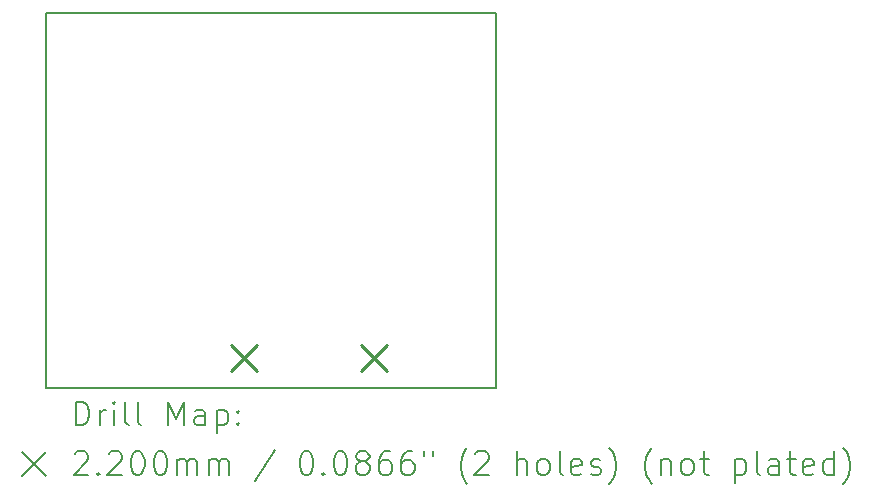
<source format=gbr>
%FSLAX45Y45*%
G04 Gerber Fmt 4.5, Leading zero omitted, Abs format (unit mm)*
G04 Created by KiCad (PCBNEW 6.0.0) date 2022-02-03 15:02:12*
%MOMM*%
%LPD*%
G01*
G04 APERTURE LIST*
%TA.AperFunction,Profile*%
%ADD10C,0.150000*%
%TD*%
%ADD11C,0.200000*%
%ADD12C,0.220000*%
G04 APERTURE END LIST*
D10*
X16510000Y-9461500D02*
X12700000Y-9461500D01*
X12700000Y-9461500D02*
X12700000Y-6286500D01*
X12700000Y-6286500D02*
X16510000Y-6286500D01*
X16510000Y-6286500D02*
X16510000Y-9461500D01*
D11*
D12*
X14262500Y-9097500D02*
X14482500Y-9317500D01*
X14482500Y-9097500D02*
X14262500Y-9317500D01*
X15362500Y-9097500D02*
X15582500Y-9317500D01*
X15582500Y-9097500D02*
X15362500Y-9317500D01*
D11*
X12950119Y-9779476D02*
X12950119Y-9579476D01*
X12997738Y-9579476D01*
X13026309Y-9589000D01*
X13045357Y-9608048D01*
X13054881Y-9627095D01*
X13064405Y-9665190D01*
X13064405Y-9693762D01*
X13054881Y-9731857D01*
X13045357Y-9750905D01*
X13026309Y-9769952D01*
X12997738Y-9779476D01*
X12950119Y-9779476D01*
X13150119Y-9779476D02*
X13150119Y-9646143D01*
X13150119Y-9684238D02*
X13159643Y-9665190D01*
X13169167Y-9655667D01*
X13188214Y-9646143D01*
X13207262Y-9646143D01*
X13273928Y-9779476D02*
X13273928Y-9646143D01*
X13273928Y-9579476D02*
X13264405Y-9589000D01*
X13273928Y-9598524D01*
X13283452Y-9589000D01*
X13273928Y-9579476D01*
X13273928Y-9598524D01*
X13397738Y-9779476D02*
X13378690Y-9769952D01*
X13369167Y-9750905D01*
X13369167Y-9579476D01*
X13502500Y-9779476D02*
X13483452Y-9769952D01*
X13473928Y-9750905D01*
X13473928Y-9579476D01*
X13731071Y-9779476D02*
X13731071Y-9579476D01*
X13797738Y-9722333D01*
X13864405Y-9579476D01*
X13864405Y-9779476D01*
X14045357Y-9779476D02*
X14045357Y-9674714D01*
X14035833Y-9655667D01*
X14016786Y-9646143D01*
X13978690Y-9646143D01*
X13959643Y-9655667D01*
X14045357Y-9769952D02*
X14026309Y-9779476D01*
X13978690Y-9779476D01*
X13959643Y-9769952D01*
X13950119Y-9750905D01*
X13950119Y-9731857D01*
X13959643Y-9712810D01*
X13978690Y-9703286D01*
X14026309Y-9703286D01*
X14045357Y-9693762D01*
X14140595Y-9646143D02*
X14140595Y-9846143D01*
X14140595Y-9655667D02*
X14159643Y-9646143D01*
X14197738Y-9646143D01*
X14216786Y-9655667D01*
X14226309Y-9665190D01*
X14235833Y-9684238D01*
X14235833Y-9741381D01*
X14226309Y-9760429D01*
X14216786Y-9769952D01*
X14197738Y-9779476D01*
X14159643Y-9779476D01*
X14140595Y-9769952D01*
X14321548Y-9760429D02*
X14331071Y-9769952D01*
X14321548Y-9779476D01*
X14312024Y-9769952D01*
X14321548Y-9760429D01*
X14321548Y-9779476D01*
X14321548Y-9655667D02*
X14331071Y-9665190D01*
X14321548Y-9674714D01*
X14312024Y-9665190D01*
X14321548Y-9655667D01*
X14321548Y-9674714D01*
X12492500Y-10009000D02*
X12692500Y-10209000D01*
X12692500Y-10009000D02*
X12492500Y-10209000D01*
X12940595Y-10018524D02*
X12950119Y-10009000D01*
X12969167Y-9999476D01*
X13016786Y-9999476D01*
X13035833Y-10009000D01*
X13045357Y-10018524D01*
X13054881Y-10037571D01*
X13054881Y-10056619D01*
X13045357Y-10085190D01*
X12931071Y-10199476D01*
X13054881Y-10199476D01*
X13140595Y-10180429D02*
X13150119Y-10189952D01*
X13140595Y-10199476D01*
X13131071Y-10189952D01*
X13140595Y-10180429D01*
X13140595Y-10199476D01*
X13226309Y-10018524D02*
X13235833Y-10009000D01*
X13254881Y-9999476D01*
X13302500Y-9999476D01*
X13321548Y-10009000D01*
X13331071Y-10018524D01*
X13340595Y-10037571D01*
X13340595Y-10056619D01*
X13331071Y-10085190D01*
X13216786Y-10199476D01*
X13340595Y-10199476D01*
X13464405Y-9999476D02*
X13483452Y-9999476D01*
X13502500Y-10009000D01*
X13512024Y-10018524D01*
X13521548Y-10037571D01*
X13531071Y-10075667D01*
X13531071Y-10123286D01*
X13521548Y-10161381D01*
X13512024Y-10180429D01*
X13502500Y-10189952D01*
X13483452Y-10199476D01*
X13464405Y-10199476D01*
X13445357Y-10189952D01*
X13435833Y-10180429D01*
X13426309Y-10161381D01*
X13416786Y-10123286D01*
X13416786Y-10075667D01*
X13426309Y-10037571D01*
X13435833Y-10018524D01*
X13445357Y-10009000D01*
X13464405Y-9999476D01*
X13654881Y-9999476D02*
X13673928Y-9999476D01*
X13692976Y-10009000D01*
X13702500Y-10018524D01*
X13712024Y-10037571D01*
X13721548Y-10075667D01*
X13721548Y-10123286D01*
X13712024Y-10161381D01*
X13702500Y-10180429D01*
X13692976Y-10189952D01*
X13673928Y-10199476D01*
X13654881Y-10199476D01*
X13635833Y-10189952D01*
X13626309Y-10180429D01*
X13616786Y-10161381D01*
X13607262Y-10123286D01*
X13607262Y-10075667D01*
X13616786Y-10037571D01*
X13626309Y-10018524D01*
X13635833Y-10009000D01*
X13654881Y-9999476D01*
X13807262Y-10199476D02*
X13807262Y-10066143D01*
X13807262Y-10085190D02*
X13816786Y-10075667D01*
X13835833Y-10066143D01*
X13864405Y-10066143D01*
X13883452Y-10075667D01*
X13892976Y-10094714D01*
X13892976Y-10199476D01*
X13892976Y-10094714D02*
X13902500Y-10075667D01*
X13921548Y-10066143D01*
X13950119Y-10066143D01*
X13969167Y-10075667D01*
X13978690Y-10094714D01*
X13978690Y-10199476D01*
X14073928Y-10199476D02*
X14073928Y-10066143D01*
X14073928Y-10085190D02*
X14083452Y-10075667D01*
X14102500Y-10066143D01*
X14131071Y-10066143D01*
X14150119Y-10075667D01*
X14159643Y-10094714D01*
X14159643Y-10199476D01*
X14159643Y-10094714D02*
X14169167Y-10075667D01*
X14188214Y-10066143D01*
X14216786Y-10066143D01*
X14235833Y-10075667D01*
X14245357Y-10094714D01*
X14245357Y-10199476D01*
X14635833Y-9989952D02*
X14464405Y-10247095D01*
X14892976Y-9999476D02*
X14912024Y-9999476D01*
X14931071Y-10009000D01*
X14940595Y-10018524D01*
X14950119Y-10037571D01*
X14959643Y-10075667D01*
X14959643Y-10123286D01*
X14950119Y-10161381D01*
X14940595Y-10180429D01*
X14931071Y-10189952D01*
X14912024Y-10199476D01*
X14892976Y-10199476D01*
X14873928Y-10189952D01*
X14864405Y-10180429D01*
X14854881Y-10161381D01*
X14845357Y-10123286D01*
X14845357Y-10075667D01*
X14854881Y-10037571D01*
X14864405Y-10018524D01*
X14873928Y-10009000D01*
X14892976Y-9999476D01*
X15045357Y-10180429D02*
X15054881Y-10189952D01*
X15045357Y-10199476D01*
X15035833Y-10189952D01*
X15045357Y-10180429D01*
X15045357Y-10199476D01*
X15178690Y-9999476D02*
X15197738Y-9999476D01*
X15216786Y-10009000D01*
X15226309Y-10018524D01*
X15235833Y-10037571D01*
X15245357Y-10075667D01*
X15245357Y-10123286D01*
X15235833Y-10161381D01*
X15226309Y-10180429D01*
X15216786Y-10189952D01*
X15197738Y-10199476D01*
X15178690Y-10199476D01*
X15159643Y-10189952D01*
X15150119Y-10180429D01*
X15140595Y-10161381D01*
X15131071Y-10123286D01*
X15131071Y-10075667D01*
X15140595Y-10037571D01*
X15150119Y-10018524D01*
X15159643Y-10009000D01*
X15178690Y-9999476D01*
X15359643Y-10085190D02*
X15340595Y-10075667D01*
X15331071Y-10066143D01*
X15321548Y-10047095D01*
X15321548Y-10037571D01*
X15331071Y-10018524D01*
X15340595Y-10009000D01*
X15359643Y-9999476D01*
X15397738Y-9999476D01*
X15416786Y-10009000D01*
X15426309Y-10018524D01*
X15435833Y-10037571D01*
X15435833Y-10047095D01*
X15426309Y-10066143D01*
X15416786Y-10075667D01*
X15397738Y-10085190D01*
X15359643Y-10085190D01*
X15340595Y-10094714D01*
X15331071Y-10104238D01*
X15321548Y-10123286D01*
X15321548Y-10161381D01*
X15331071Y-10180429D01*
X15340595Y-10189952D01*
X15359643Y-10199476D01*
X15397738Y-10199476D01*
X15416786Y-10189952D01*
X15426309Y-10180429D01*
X15435833Y-10161381D01*
X15435833Y-10123286D01*
X15426309Y-10104238D01*
X15416786Y-10094714D01*
X15397738Y-10085190D01*
X15607262Y-9999476D02*
X15569167Y-9999476D01*
X15550119Y-10009000D01*
X15540595Y-10018524D01*
X15521548Y-10047095D01*
X15512024Y-10085190D01*
X15512024Y-10161381D01*
X15521548Y-10180429D01*
X15531071Y-10189952D01*
X15550119Y-10199476D01*
X15588214Y-10199476D01*
X15607262Y-10189952D01*
X15616786Y-10180429D01*
X15626309Y-10161381D01*
X15626309Y-10113762D01*
X15616786Y-10094714D01*
X15607262Y-10085190D01*
X15588214Y-10075667D01*
X15550119Y-10075667D01*
X15531071Y-10085190D01*
X15521548Y-10094714D01*
X15512024Y-10113762D01*
X15797738Y-9999476D02*
X15759643Y-9999476D01*
X15740595Y-10009000D01*
X15731071Y-10018524D01*
X15712024Y-10047095D01*
X15702500Y-10085190D01*
X15702500Y-10161381D01*
X15712024Y-10180429D01*
X15721548Y-10189952D01*
X15740595Y-10199476D01*
X15778690Y-10199476D01*
X15797738Y-10189952D01*
X15807262Y-10180429D01*
X15816786Y-10161381D01*
X15816786Y-10113762D01*
X15807262Y-10094714D01*
X15797738Y-10085190D01*
X15778690Y-10075667D01*
X15740595Y-10075667D01*
X15721548Y-10085190D01*
X15712024Y-10094714D01*
X15702500Y-10113762D01*
X15892976Y-9999476D02*
X15892976Y-10037571D01*
X15969167Y-9999476D02*
X15969167Y-10037571D01*
X16264405Y-10275667D02*
X16254881Y-10266143D01*
X16235833Y-10237571D01*
X16226309Y-10218524D01*
X16216786Y-10189952D01*
X16207262Y-10142333D01*
X16207262Y-10104238D01*
X16216786Y-10056619D01*
X16226309Y-10028048D01*
X16235833Y-10009000D01*
X16254881Y-9980429D01*
X16264405Y-9970905D01*
X16331071Y-10018524D02*
X16340595Y-10009000D01*
X16359643Y-9999476D01*
X16407262Y-9999476D01*
X16426309Y-10009000D01*
X16435833Y-10018524D01*
X16445357Y-10037571D01*
X16445357Y-10056619D01*
X16435833Y-10085190D01*
X16321548Y-10199476D01*
X16445357Y-10199476D01*
X16683452Y-10199476D02*
X16683452Y-9999476D01*
X16769167Y-10199476D02*
X16769167Y-10094714D01*
X16759643Y-10075667D01*
X16740595Y-10066143D01*
X16712024Y-10066143D01*
X16692976Y-10075667D01*
X16683452Y-10085190D01*
X16892976Y-10199476D02*
X16873929Y-10189952D01*
X16864405Y-10180429D01*
X16854881Y-10161381D01*
X16854881Y-10104238D01*
X16864405Y-10085190D01*
X16873929Y-10075667D01*
X16892976Y-10066143D01*
X16921548Y-10066143D01*
X16940595Y-10075667D01*
X16950119Y-10085190D01*
X16959643Y-10104238D01*
X16959643Y-10161381D01*
X16950119Y-10180429D01*
X16940595Y-10189952D01*
X16921548Y-10199476D01*
X16892976Y-10199476D01*
X17073929Y-10199476D02*
X17054881Y-10189952D01*
X17045357Y-10170905D01*
X17045357Y-9999476D01*
X17226310Y-10189952D02*
X17207262Y-10199476D01*
X17169167Y-10199476D01*
X17150119Y-10189952D01*
X17140595Y-10170905D01*
X17140595Y-10094714D01*
X17150119Y-10075667D01*
X17169167Y-10066143D01*
X17207262Y-10066143D01*
X17226310Y-10075667D01*
X17235833Y-10094714D01*
X17235833Y-10113762D01*
X17140595Y-10132810D01*
X17312024Y-10189952D02*
X17331071Y-10199476D01*
X17369167Y-10199476D01*
X17388214Y-10189952D01*
X17397738Y-10170905D01*
X17397738Y-10161381D01*
X17388214Y-10142333D01*
X17369167Y-10132810D01*
X17340595Y-10132810D01*
X17321548Y-10123286D01*
X17312024Y-10104238D01*
X17312024Y-10094714D01*
X17321548Y-10075667D01*
X17340595Y-10066143D01*
X17369167Y-10066143D01*
X17388214Y-10075667D01*
X17464405Y-10275667D02*
X17473929Y-10266143D01*
X17492976Y-10237571D01*
X17502500Y-10218524D01*
X17512024Y-10189952D01*
X17521548Y-10142333D01*
X17521548Y-10104238D01*
X17512024Y-10056619D01*
X17502500Y-10028048D01*
X17492976Y-10009000D01*
X17473929Y-9980429D01*
X17464405Y-9970905D01*
X17826310Y-10275667D02*
X17816786Y-10266143D01*
X17797738Y-10237571D01*
X17788214Y-10218524D01*
X17778690Y-10189952D01*
X17769167Y-10142333D01*
X17769167Y-10104238D01*
X17778690Y-10056619D01*
X17788214Y-10028048D01*
X17797738Y-10009000D01*
X17816786Y-9980429D01*
X17826310Y-9970905D01*
X17902500Y-10066143D02*
X17902500Y-10199476D01*
X17902500Y-10085190D02*
X17912024Y-10075667D01*
X17931071Y-10066143D01*
X17959643Y-10066143D01*
X17978690Y-10075667D01*
X17988214Y-10094714D01*
X17988214Y-10199476D01*
X18112024Y-10199476D02*
X18092976Y-10189952D01*
X18083452Y-10180429D01*
X18073929Y-10161381D01*
X18073929Y-10104238D01*
X18083452Y-10085190D01*
X18092976Y-10075667D01*
X18112024Y-10066143D01*
X18140595Y-10066143D01*
X18159643Y-10075667D01*
X18169167Y-10085190D01*
X18178690Y-10104238D01*
X18178690Y-10161381D01*
X18169167Y-10180429D01*
X18159643Y-10189952D01*
X18140595Y-10199476D01*
X18112024Y-10199476D01*
X18235833Y-10066143D02*
X18312024Y-10066143D01*
X18264405Y-9999476D02*
X18264405Y-10170905D01*
X18273929Y-10189952D01*
X18292976Y-10199476D01*
X18312024Y-10199476D01*
X18531071Y-10066143D02*
X18531071Y-10266143D01*
X18531071Y-10075667D02*
X18550119Y-10066143D01*
X18588214Y-10066143D01*
X18607262Y-10075667D01*
X18616786Y-10085190D01*
X18626310Y-10104238D01*
X18626310Y-10161381D01*
X18616786Y-10180429D01*
X18607262Y-10189952D01*
X18588214Y-10199476D01*
X18550119Y-10199476D01*
X18531071Y-10189952D01*
X18740595Y-10199476D02*
X18721548Y-10189952D01*
X18712024Y-10170905D01*
X18712024Y-9999476D01*
X18902500Y-10199476D02*
X18902500Y-10094714D01*
X18892976Y-10075667D01*
X18873929Y-10066143D01*
X18835833Y-10066143D01*
X18816786Y-10075667D01*
X18902500Y-10189952D02*
X18883452Y-10199476D01*
X18835833Y-10199476D01*
X18816786Y-10189952D01*
X18807262Y-10170905D01*
X18807262Y-10151857D01*
X18816786Y-10132810D01*
X18835833Y-10123286D01*
X18883452Y-10123286D01*
X18902500Y-10113762D01*
X18969167Y-10066143D02*
X19045357Y-10066143D01*
X18997738Y-9999476D02*
X18997738Y-10170905D01*
X19007262Y-10189952D01*
X19026310Y-10199476D01*
X19045357Y-10199476D01*
X19188214Y-10189952D02*
X19169167Y-10199476D01*
X19131071Y-10199476D01*
X19112024Y-10189952D01*
X19102500Y-10170905D01*
X19102500Y-10094714D01*
X19112024Y-10075667D01*
X19131071Y-10066143D01*
X19169167Y-10066143D01*
X19188214Y-10075667D01*
X19197738Y-10094714D01*
X19197738Y-10113762D01*
X19102500Y-10132810D01*
X19369167Y-10199476D02*
X19369167Y-9999476D01*
X19369167Y-10189952D02*
X19350119Y-10199476D01*
X19312024Y-10199476D01*
X19292976Y-10189952D01*
X19283452Y-10180429D01*
X19273929Y-10161381D01*
X19273929Y-10104238D01*
X19283452Y-10085190D01*
X19292976Y-10075667D01*
X19312024Y-10066143D01*
X19350119Y-10066143D01*
X19369167Y-10075667D01*
X19445357Y-10275667D02*
X19454881Y-10266143D01*
X19473929Y-10237571D01*
X19483452Y-10218524D01*
X19492976Y-10189952D01*
X19502500Y-10142333D01*
X19502500Y-10104238D01*
X19492976Y-10056619D01*
X19483452Y-10028048D01*
X19473929Y-10009000D01*
X19454881Y-9980429D01*
X19445357Y-9970905D01*
M02*

</source>
